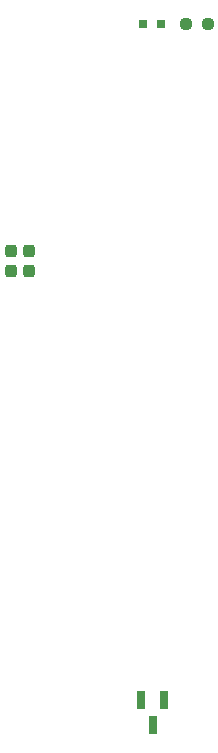
<source format=gbr>
G04 #@! TF.GenerationSoftware,KiCad,Pcbnew,7.0.11+dfsg-1build4*
G04 #@! TF.CreationDate,2024-11-01T18:06:53+09:00*
G04 #@! TF.ProjectId,bionic-mos6502,62696f6e-6963-42d6-9d6f-73363530322e,9*
G04 #@! TF.SameCoordinates,Original*
G04 #@! TF.FileFunction,Paste,Top*
G04 #@! TF.FilePolarity,Positive*
%FSLAX46Y46*%
G04 Gerber Fmt 4.6, Leading zero omitted, Abs format (unit mm)*
G04 Created by KiCad (PCBNEW 7.0.11+dfsg-1build4) date 2024-11-01 18:06:53*
%MOMM*%
%LPD*%
G01*
G04 APERTURE LIST*
G04 Aperture macros list*
%AMRoundRect*
0 Rectangle with rounded corners*
0 $1 Rounding radius*
0 $2 $3 $4 $5 $6 $7 $8 $9 X,Y pos of 4 corners*
0 Add a 4 corners polygon primitive as box body*
4,1,4,$2,$3,$4,$5,$6,$7,$8,$9,$2,$3,0*
0 Add four circle primitives for the rounded corners*
1,1,$1+$1,$2,$3*
1,1,$1+$1,$4,$5*
1,1,$1+$1,$6,$7*
1,1,$1+$1,$8,$9*
0 Add four rect primitives between the rounded corners*
20,1,$1+$1,$2,$3,$4,$5,0*
20,1,$1+$1,$4,$5,$6,$7,0*
20,1,$1+$1,$6,$7,$8,$9,0*
20,1,$1+$1,$8,$9,$2,$3,0*%
G04 Aperture macros list end*
%ADD10R,0.660400X1.625600*%
%ADD11RoundRect,0.237500X-0.250000X-0.237500X0.250000X-0.237500X0.250000X0.237500X-0.250000X0.237500X0*%
%ADD12R,0.762000X0.711200*%
%ADD13RoundRect,0.237500X0.237500X-0.300000X0.237500X0.300000X-0.237500X0.300000X-0.237500X-0.300000X0*%
G04 APERTURE END LIST*
D10*
X115986000Y-129055000D03*
X114085998Y-129055000D03*
X115035999Y-131187000D03*
D11*
X117867500Y-71778000D03*
X119692500Y-71778000D03*
D12*
X115732000Y-71778000D03*
X114182600Y-71778000D03*
D13*
X104556000Y-92706500D03*
X104556000Y-90981500D03*
X103032000Y-92706500D03*
X103032000Y-90981500D03*
M02*

</source>
